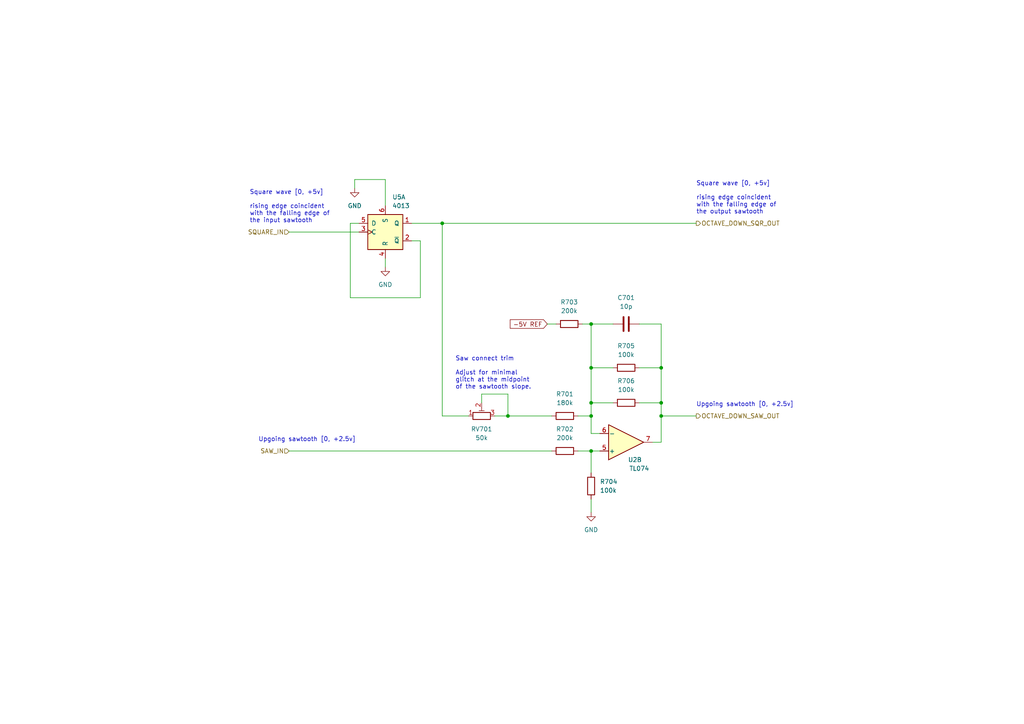
<source format=kicad_sch>
(kicad_sch (version 20211123) (generator eeschema)
  (paper "A4")
  (title_block (title "Josh Ox Ribon Synth Main VCO board") (date "2022-06-18") (rev "0") (comment 2 "creativecommons.org/licences/by/4.0") (comment 3 "license: CC by 4.0") (comment 4 "Author: Jordan Acete"))
  (lib_symbols
    (symbol "4xxx:4013" (pin_names (offset 1.016))
      (property "Reference" "U" (at -7.62 8.89 0))
      (property "Value" "4013" (at -7.62 -8.89 0))
      (symbol "4013_1_1"
        (rectangle (start -5.08 5.08) (end 5.08 -5.08) (stroke (width 0.254)) (fill (type background)))
        (pin output line (at 7.62 2.54 180) (length 2.54) (name "Q") (number "1"))
        (pin output line (at 7.62 -2.54 180) (length 2.54) (name "~{Q}") (number "2"))
        (pin input clock (at -7.62 0 0) (length 2.54) (name "C") (number "3"))
        (pin input line (at 0 -7.62 90) (length 2.54) (name "R") (number "4"))
        (pin input line (at -7.62 2.54 0) (length 2.54) (name "D") (number "5"))
        (pin input line (at 0 7.62 270) (length 2.54) (name "S") (number "6"))
      )
      (symbol "4013_2_1"
        (rectangle (start -5.08 5.08) (end 5.08 -5.08) (stroke (width 0.254)) (fill (type background)))
        (pin input line (at 0 -7.62 90) (length 2.54) (name "R") (number "10"))
        (pin input clock (at -7.62 0 0) (length 2.54) (name "C") (number "11"))
        (pin output line (at 7.62 -2.54 180) (length 2.54) (name "~{Q}") (number "12"))
        (pin output line (at 7.62 2.54 180) (length 2.54) (name "Q") (number "13"))
        (pin input line (at 0 7.62 270) (length 2.54) (name "S") (number "8"))
        (pin input line (at -7.62 2.54 0) (length 2.54) (name "D") (number "9"))
      )
      (symbol "4013_3_0"
        (pin power_in line (at 0 10.16 270) (length 2.54) (name "VDD") (number "14"))
        (pin power_in line (at 0 -10.16 90) (length 2.54) (name "VSS") (number "7"))
      )
      (symbol "4013_3_1"
        (rectangle (start -5.08 7.62) (end 5.08 -7.62) (stroke (width 0.254)) (fill (type background)))
      )
    )
    (symbol "Amplifier_Operational:TL074" (pin_names (offset 0.127))
      (property "Reference" "U" (at 0 5.08 0))
      (property "Value" "TL074" (at 0 -5.08 0))
      (symbol "TL074_1_1"
        (polyline (pts (xy -5.08 5.08) (xy 5.08 0) (xy -5.08 -5.08) (xy -5.08 5.08)) (stroke (width 0.254)) (fill (type background)))
        (pin output line (at 7.62 0 180) (length 2.54) (name "~") (number "1"))
        (pin input line (at -7.62 -2.54 0) (length 2.54) (name "-") (number "2"))
        (pin input line (at -7.62 2.54 0) (length 2.54) (name "+") (number "3"))
      )
      (symbol "TL074_2_1"
        (polyline (pts (xy -5.08 5.08) (xy 5.08 0) (xy -5.08 -5.08) (xy -5.08 5.08)) (stroke (width 0.254)) (fill (type background)))
        (pin input line (at -7.62 2.54 0) (length 2.54) (name "+") (number "5"))
        (pin input line (at -7.62 -2.54 0) (length 2.54) (name "-") (number "6"))
        (pin output line (at 7.62 0 180) (length 2.54) (name "~") (number "7"))
      )
      (symbol "TL074_3_1"
        (polyline (pts (xy -5.08 5.08) (xy 5.08 0) (xy -5.08 -5.08) (xy -5.08 5.08)) (stroke (width 0.254)) (fill (type background)))
        (pin input line (at -7.62 2.54 0) (length 2.54) (name "+") (number "10"))
        (pin output line (at 7.62 0 180) (length 2.54) (name "~") (number "8"))
        (pin input line (at -7.62 -2.54 0) (length 2.54) (name "-") (number "9"))
      )
      (symbol "TL074_4_1"
        (polyline (pts (xy -5.08 5.08) (xy 5.08 0) (xy -5.08 -5.08) (xy -5.08 5.08)) (stroke (width 0.254)) (fill (type background)))
        (pin input line (at -7.62 2.54 0) (length 2.54) (name "+") (number "12"))
        (pin input line (at -7.62 -2.54 0) (length 2.54) (name "-") (number "13"))
        (pin output line (at 7.62 0 180) (length 2.54) (name "~") (number "14"))
      )
      (symbol "TL074_5_1"
        (pin power_in line (at -2.54 -7.62 90) (length 3.81) (name "V-") (number "11"))
        (pin power_in line (at -2.54 7.62 270) (length 3.81) (name "V+") (number "4"))
      )
    )
    (symbol "Device:C" (pin_numbers hide) (pin_names (offset 0.254))
      (property "Reference" "C" (at 0.635 2.54 0))
      (property "Value" "C" (at 0.635 -2.54 0))
      (symbol "C_0_1"
        (polyline (pts (xy -2.032 -0.762) (xy 2.032 -0.762)) (stroke (width 0.508)))
        (polyline (pts (xy -2.032 0.762) (xy 2.032 0.762)) (stroke (width 0.508)))
      )
      (symbol "C_1_1"
        (pin passive line (at 0 3.81 270) (length 2.794) (name "~") (number "1"))
        (pin passive line (at 0 -3.81 90) (length 2.794) (name "~") (number "2"))
      )
    )
    (symbol "Device:R" (pin_numbers hide) (pin_names (offset 0))
      (property "Reference" "R" (at 2.032 0 90))
      (property "Value" "R" (at 0 0 90))
      (symbol "R_0_1"
        (rectangle (start -1.016 -2.54) (end 1.016 2.54) (stroke (width 0.254)))
      )
      (symbol "R_1_1"
        (pin passive line (at 0 3.81 270) (length 1.27) (name "~") (number "1"))
        (pin passive line (at 0 -3.81 90) (length 1.27) (name "~") (number "2"))
      )
    )
    (symbol "Device:R_Potentiometer_Trim" (pin_names (offset 1.016) hide)
      (property "Reference" "RV" (at -4.445 0 90))
      (property "Value" "R_Potentiometer_Trim" (at -2.54 0 90))
      (symbol "R_Potentiometer_Trim_0_1"
        (polyline (pts (xy 1.524 0.762) (xy 1.524 -0.762)))
        (polyline (pts (xy 2.54 0) (xy 1.524 0)))
        (rectangle (start 1.016 2.54) (end -1.016 -2.54) (stroke (width 0.254)))
      )
      (symbol "R_Potentiometer_Trim_1_1"
        (pin passive line (at 0 3.81 270) (length 1.27) (name "1") (number "1"))
        (pin passive line (at 3.81 0 180) (length 1.27) (name "2") (number "2"))
        (pin passive line (at 0 -3.81 90) (length 1.27) (name "3") (number "3"))
      )
    )
    (symbol "power:GND" (power) (pin_names (offset 0))
      (property "Value" "GND" (at 0 -3.81 0))
      (symbol "GND_0_1"
        (polyline (pts (xy 0 0) (xy 0 -1.27) (xy 1.27 -1.27) (xy 0 -2.54) (xy -1.27 -1.27) (xy 0 -1.27)))
      )
      (symbol "GND_1_1"
        (pin power_in line (at 0 0 270) (length 0) hide (name "GND") (number "1"))
      )
    )
  )
  (junction (at 128.27 64.77))
  (junction (at 191.77 120.65))
  (junction (at 171.45 130.81))
  (junction (at 191.77 116.84))
  (junction (at 171.45 93.98))
  (junction (at 171.45 120.65))
  (junction (at 171.45 116.84))
  (junction (at 147.32 120.65))
  (junction (at 171.45 106.68))
  (junction (at 191.77 106.68))
  (wire (pts (xy 119.38 64.77) (xy 128.27 64.77)))
  (wire (pts (xy 111.76 74.93) (xy 111.76 77.47)))
  (wire (pts (xy 191.77 120.65) (xy 201.93 120.65)))
  (wire (pts (xy 128.27 64.77) (xy 201.93 64.77)))
  (wire (pts (xy 147.32 120.65) (xy 160.02 120.65)))
  (wire (pts (xy 102.87 52.07) (xy 102.87 54.61)))
  (wire (pts (xy 191.77 120.65) (xy 191.77 128.27)))
  (wire (pts (xy 168.91 93.98) (xy 171.45 93.98)))
  (wire (pts (xy 102.87 52.07) (xy 111.76 52.07)))
  (wire (pts (xy 135.89 120.65) (xy 128.27 120.65)))
  (wire (pts (xy 161.29 93.98) (xy 158.75 93.98)))
  (wire (pts (xy 119.38 69.85) (xy 121.92 69.85)))
  (wire (pts (xy 189.23 128.27) (xy 191.77 128.27)))
  (wire (pts (xy 177.8 93.98) (xy 171.45 93.98)))
  (wire (pts (xy 121.92 86.36) (xy 121.92 69.85)))
  (wire (pts (xy 171.45 93.98) (xy 171.45 106.68)))
  (wire (pts (xy 171.45 144.78) (xy 171.45 148.59)))
  (wire (pts (xy 171.45 106.68) (xy 177.8 106.68)))
  (wire (pts (xy 128.27 64.77) (xy 128.27 120.65)))
  (wire (pts (xy 171.45 120.65) (xy 171.45 116.84)))
  (wire (pts (xy 147.32 114.3) (xy 147.32 120.65)))
  (wire (pts (xy 173.99 125.73) (xy 171.45 125.73)))
  (wire (pts (xy 171.45 130.81) (xy 173.99 130.81)))
  (wire (pts (xy 167.64 120.65) (xy 171.45 120.65)))
  (wire (pts (xy 191.77 93.98) (xy 191.77 106.68)))
  (wire (pts (xy 139.7 114.3) (xy 147.32 114.3)))
  (wire (pts (xy 167.64 130.81) (xy 171.45 130.81)))
  (wire (pts (xy 83.82 67.31) (xy 104.14 67.31)))
  (wire (pts (xy 185.42 106.68) (xy 191.77 106.68)))
  (wire (pts (xy 83.82 130.81) (xy 160.02 130.81)))
  (wire (pts (xy 101.6 64.77) (xy 101.6 86.36)))
  (wire (pts (xy 104.14 64.77) (xy 101.6 64.77)))
  (wire (pts (xy 171.45 106.68) (xy 171.45 116.84)))
  (wire (pts (xy 191.77 116.84) (xy 191.77 120.65)))
  (wire (pts (xy 171.45 130.81) (xy 171.45 137.16)))
  (wire (pts (xy 143.51 120.65) (xy 147.32 120.65)))
  (wire (pts (xy 171.45 116.84) (xy 177.8 116.84)))
  (wire (pts (xy 191.77 106.68) (xy 191.77 116.84)))
  (wire (pts (xy 139.7 116.84) (xy 139.7 114.3)))
  (wire (pts (xy 101.6 86.36) (xy 121.92 86.36)))
  (wire (pts (xy 185.42 93.98) (xy 191.77 93.98)))
  (wire (pts (xy 111.76 52.07) (xy 111.76 59.69)))
  (wire (pts (xy 171.45 125.73) (xy 171.45 120.65)))
  (wire (pts (xy 185.42 116.84) (xy 191.77 116.84)))
  (text "Square wave [0, +5v]\n\nrising edge coincident \nwith the falling edge of \nthe output sawtooth" (at 201.93 62.23 0) (effects (font (size 1.27 1.27)) (justify left bottom)))
  (text "Square wave [0, +5v]\n\nrising edge coincident \nwith the falling edge of \nthe input sawtooth" (at 72.39 64.77 0) (effects (font (size 1.27 1.27)) (justify left bottom)))
  (text "Saw connect trim\n\nAdjust for minimal \nglitch at the midpoint\nof the sawtooth slope." (at 132.08 113.03 0) (effects (font (size 1.27 1.27)) (justify left bottom)))
  (text "Upgoing sawtooth [0, +2.5v]" (at 201.93 118.11 0) (effects (font (size 1.27 1.27)) (justify left bottom)))
  (text "Upgoing sawtooth [0, +2.5v]" (at 74.93 128.27 0) (effects (font (size 1.27 1.27)) (justify left bottom)))
  (global_label "-5V REF" (shape input) (at 158.75 93.98 180) (property "Intersheet References" "${INTERSHEET_REFS}" (effects hide)))
  (hierarchical_label "SAW_IN" (shape input) (at 83.82 130.81 180))
  (hierarchical_label "OCTAVE_DOWN_SAW_OUT" (shape output) (at 201.93 120.65 0))
  (hierarchical_label "OCTAVE_DOWN_SQR_OUT" (shape output) (at 201.93 64.77 0))
  (hierarchical_label "SQUARE_IN" (shape input) (at 83.82 67.31 180))
  (symbol (lib_id "Device:R") (at 165.1 93.98 90) (unit 1)
    (property "Reference" "R703" (at 165.1 87.63 90))
    (property "Value" "200k" (at 165.1 90.17 90))
    (property "Footprint" "Resistor_SMD:R_0805_2012Metric" (effects hide))
  )
  (symbol (lib_id "power:GND") (at 102.87 54.61 0) (unit 1)
    (property "Reference" "#PWR0701" (effects hide))
    (property "Value" "GND" (at 102.87 59.69 0))
  )
  (symbol (lib_id "power:GND") (at 111.76 77.47 0) (unit 1)
    (property "Reference" "#PWR0702" (effects hide))
    (property "Value" "GND" (at 111.76 82.55 0))
  )
  (symbol (lib_id "Device:R") (at 163.83 120.65 90) (unit 1)
    (property "Reference" "R701" (at 163.83 114.3 90))
    (property "Value" "180k" (at 163.83 116.84 90))
    (property "Footprint" "Resistor_SMD:R_0805_2012Metric" (effects hide))
  )
  (symbol (lib_id "Device:R") (at 181.61 106.68 90) (unit 1)
    (property "Reference" "R705" (at 181.61 100.33 90))
    (property "Value" "100k" (at 181.61 102.87 90))
    (property "Footprint" "Resistor_SMD:R_0805_2012Metric" (effects hide))
  )
  (symbol (lib_id "Device:C") (at 181.61 93.98 90) (unit 1)
    (property "Reference" "C701" (at 181.61 86.36 90))
    (property "Value" "10p" (at 181.61 88.9 90))
    (property "Footprint" "Capacitor_SMD:C_0805_2012Metric" (effects hide))
  )
  (symbol (lib_id "Device:R") (at 171.45 140.97 0) (unit 1)
    (property "Reference" "R704" (at 173.99 139.6999 0) (effects (justify left)))
    (property "Value" "100k" (at 173.99 142.2399 0) (effects (justify left)))
    (property "Footprint" "Resistor_SMD:R_0805_2012Metric" (effects hide))
  )
  (symbol (lib_id "4xxx:4013") (at 111.76 67.31 0) (unit 1)
    (property "Reference" "U5" (at 113.7794 57.15 0) (effects (justify left)))
    (property "Value" "4013" (at 113.7794 59.69 0) (effects (justify left)))
    (property "Footprint" "Package_SO:SOIC-14_3.9x8.7mm_P1.27mm" (effects hide))
    (property "Datasheet" "http://www.onsemi.com/pub/Collateral/MC14013B-D.PDF" (effects hide))
  )
  (symbol (lib_id "power:GND") (at 171.45 148.59 0) (unit 1)
    (property "Reference" "#PWR0704" (effects hide))
    (property "Value" "GND" (at 171.45 153.67 0))
  )
  (symbol (lib_id "Amplifier_Operational:TL074") (at 181.61 128.27 0) (mirror x) (unit 2)
    (property "Reference" "U2" (at 184.15 133.35 0))
    (property "Value" "TL074" (at 185.42 135.89 0))
    (property "Footprint" "Package_SO:SOIC-14_3.9x8.7mm_P1.27mm" (effects hide))
    (property "Datasheet" "http://www.ti.com/lit/ds/symlink/tl071.pdf" (effects hide))
  )
  (symbol (lib_id "Device:R_Potentiometer_Trim") (at 139.7 120.65 90) (unit 1)
    (property "Reference" "RV701" (at 139.7 124.46 90))
    (property "Value" "50k" (at 139.7 127 90))
    (property "Footprint" "Potentiometer_THT:Potentiometer_Bourns_3296W_Vertical" (effects hide))
  )
  (symbol (lib_id "Device:R") (at 181.61 116.84 90) (unit 1)
    (property "Reference" "R706" (at 181.61 110.49 90))
    (property "Value" "100k" (at 181.61 113.03 90))
    (property "Footprint" "Resistor_SMD:R_0805_2012Metric" (effects hide))
  )
  (symbol (lib_id "Device:R") (at 163.83 130.81 90) (unit 1)
    (property "Reference" "R702" (at 163.83 124.46 90))
    (property "Value" "200k" (at 163.83 127 90))
    (property "Footprint" "Resistor_SMD:R_0805_2012Metric" (effects hide))
  )
)
</source>
